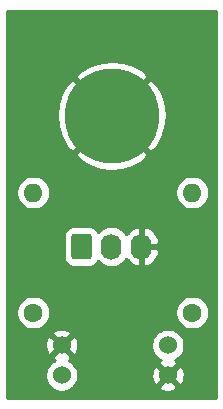
<source format=gbr>
%TF.GenerationSoftware,KiCad,Pcbnew,5.1.9-73d0e3b20d~88~ubuntu18.04.1*%
%TF.CreationDate,2021-03-07T14:56:15+02:00*%
%TF.ProjectId,oskar_optocoupler_carrier_pcb,6f736b61-725f-46f7-9074-6f636f75706c,rev a*%
%TF.SameCoordinates,Original*%
%TF.FileFunction,Copper,L2,Bot*%
%TF.FilePolarity,Positive*%
%FSLAX46Y46*%
G04 Gerber Fmt 4.6, Leading zero omitted, Abs format (unit mm)*
G04 Created by KiCad (PCBNEW 5.1.9-73d0e3b20d~88~ubuntu18.04.1) date 2021-03-07 14:56:15*
%MOMM*%
%LPD*%
G01*
G04 APERTURE LIST*
%TA.AperFunction,ConnectorPad*%
%ADD10C,8.000000*%
%TD*%
%TA.AperFunction,ComponentPad*%
%ADD11C,4.400000*%
%TD*%
%TA.AperFunction,ComponentPad*%
%ADD12C,1.524000*%
%TD*%
%TA.AperFunction,ComponentPad*%
%ADD13O,1.740000X2.190000*%
%TD*%
%TA.AperFunction,ComponentPad*%
%ADD14O,1.600000X1.600000*%
%TD*%
%TA.AperFunction,ComponentPad*%
%ADD15C,1.600000*%
%TD*%
%TA.AperFunction,Conductor*%
%ADD16C,0.254000*%
%TD*%
%TA.AperFunction,Conductor*%
%ADD17C,0.100000*%
%TD*%
G04 APERTURE END LIST*
D10*
%TO.P,J2,1*%
%TO.N,GND*%
X147592000Y-87992000D03*
D11*
X147592000Y-87992000D03*
%TD*%
D12*
%TO.P,U1,4*%
%TO.N,GND*%
X152361000Y-109959000D03*
%TO.P,U1,3*%
%TO.N,/Output*%
X152361000Y-107419000D03*
%TO.P,U1,2*%
%TO.N,GND*%
X143361000Y-107419000D03*
%TO.P,U1,1*%
%TO.N,Net-(R1-Pad1)*%
X143361000Y-109959000D03*
%TD*%
D13*
%TO.P,J1,3*%
%TO.N,GND*%
X150114000Y-99060000D03*
%TO.P,J1,2*%
%TO.N,/Output*%
X147574000Y-99060000D03*
%TO.P,J1,1*%
%TO.N,+5V*%
%TA.AperFunction,ComponentPad*%
G36*
G01*
X144164000Y-99905001D02*
X144164000Y-98214999D01*
G75*
G02*
X144413999Y-97965000I249999J0D01*
G01*
X145654001Y-97965000D01*
G75*
G02*
X145904000Y-98214999I0J-249999D01*
G01*
X145904000Y-99905001D01*
G75*
G02*
X145654001Y-100155000I-249999J0D01*
G01*
X144413999Y-100155000D01*
G75*
G02*
X144164000Y-99905001I0J249999D01*
G01*
G37*
%TD.AperFunction*%
%TD*%
D14*
%TO.P,R2,2*%
%TO.N,+5V*%
X154432000Y-94488000D03*
D15*
%TO.P,R2,1*%
%TO.N,/Output*%
X154432000Y-104648000D03*
%TD*%
D14*
%TO.P,R1,2*%
%TO.N,+5V*%
X140970000Y-94488000D03*
D15*
%TO.P,R1,1*%
%TO.N,Net-(R1-Pad1)*%
X140970000Y-104648000D03*
%TD*%
D16*
%TO.N,GND*%
X156465000Y-111865000D02*
X138719000Y-111865000D01*
X138719000Y-109821408D01*
X141964000Y-109821408D01*
X141964000Y-110096592D01*
X142017686Y-110366490D01*
X142122995Y-110620727D01*
X142275880Y-110849535D01*
X142470465Y-111044120D01*
X142699273Y-111197005D01*
X142953510Y-111302314D01*
X143223408Y-111356000D01*
X143498592Y-111356000D01*
X143768490Y-111302314D01*
X144022727Y-111197005D01*
X144251535Y-111044120D01*
X144371090Y-110924565D01*
X151575040Y-110924565D01*
X151642020Y-111164656D01*
X151891048Y-111281756D01*
X152158135Y-111348023D01*
X152433017Y-111360910D01*
X152705133Y-111319922D01*
X152964023Y-111226636D01*
X153079980Y-111164656D01*
X153146960Y-110924565D01*
X152361000Y-110138605D01*
X151575040Y-110924565D01*
X144371090Y-110924565D01*
X144446120Y-110849535D01*
X144599005Y-110620727D01*
X144704314Y-110366490D01*
X144758000Y-110096592D01*
X144758000Y-110031017D01*
X150959090Y-110031017D01*
X151000078Y-110303133D01*
X151093364Y-110562023D01*
X151155344Y-110677980D01*
X151395435Y-110744960D01*
X152181395Y-109959000D01*
X152540605Y-109959000D01*
X153326565Y-110744960D01*
X153566656Y-110677980D01*
X153683756Y-110428952D01*
X153750023Y-110161865D01*
X153762910Y-109886983D01*
X153721922Y-109614867D01*
X153628636Y-109355977D01*
X153566656Y-109240020D01*
X153326565Y-109173040D01*
X152540605Y-109959000D01*
X152181395Y-109959000D01*
X151395435Y-109173040D01*
X151155344Y-109240020D01*
X151038244Y-109489048D01*
X150971977Y-109756135D01*
X150959090Y-110031017D01*
X144758000Y-110031017D01*
X144758000Y-109821408D01*
X144704314Y-109551510D01*
X144599005Y-109297273D01*
X144446120Y-109068465D01*
X144251535Y-108873880D01*
X144022727Y-108720995D01*
X143951057Y-108691308D01*
X143964023Y-108686636D01*
X144079980Y-108624656D01*
X144146960Y-108384565D01*
X143361000Y-107598605D01*
X142575040Y-108384565D01*
X142642020Y-108624656D01*
X142777760Y-108688485D01*
X142699273Y-108720995D01*
X142470465Y-108873880D01*
X142275880Y-109068465D01*
X142122995Y-109297273D01*
X142017686Y-109551510D01*
X141964000Y-109821408D01*
X138719000Y-109821408D01*
X138719000Y-107491017D01*
X141959090Y-107491017D01*
X142000078Y-107763133D01*
X142093364Y-108022023D01*
X142155344Y-108137980D01*
X142395435Y-108204960D01*
X143181395Y-107419000D01*
X143540605Y-107419000D01*
X144326565Y-108204960D01*
X144566656Y-108137980D01*
X144683756Y-107888952D01*
X144750023Y-107621865D01*
X144762910Y-107346983D01*
X144753033Y-107281408D01*
X150964000Y-107281408D01*
X150964000Y-107556592D01*
X151017686Y-107826490D01*
X151122995Y-108080727D01*
X151275880Y-108309535D01*
X151470465Y-108504120D01*
X151699273Y-108657005D01*
X151770943Y-108686692D01*
X151757977Y-108691364D01*
X151642020Y-108753344D01*
X151575040Y-108993435D01*
X152361000Y-109779395D01*
X153146960Y-108993435D01*
X153079980Y-108753344D01*
X152944240Y-108689515D01*
X153022727Y-108657005D01*
X153251535Y-108504120D01*
X153446120Y-108309535D01*
X153599005Y-108080727D01*
X153704314Y-107826490D01*
X153758000Y-107556592D01*
X153758000Y-107281408D01*
X153704314Y-107011510D01*
X153599005Y-106757273D01*
X153446120Y-106528465D01*
X153251535Y-106333880D01*
X153022727Y-106180995D01*
X152768490Y-106075686D01*
X152498592Y-106022000D01*
X152223408Y-106022000D01*
X151953510Y-106075686D01*
X151699273Y-106180995D01*
X151470465Y-106333880D01*
X151275880Y-106528465D01*
X151122995Y-106757273D01*
X151017686Y-107011510D01*
X150964000Y-107281408D01*
X144753033Y-107281408D01*
X144721922Y-107074867D01*
X144628636Y-106815977D01*
X144566656Y-106700020D01*
X144326565Y-106633040D01*
X143540605Y-107419000D01*
X143181395Y-107419000D01*
X142395435Y-106633040D01*
X142155344Y-106700020D01*
X142038244Y-106949048D01*
X141971977Y-107216135D01*
X141959090Y-107491017D01*
X138719000Y-107491017D01*
X138719000Y-106453435D01*
X142575040Y-106453435D01*
X143361000Y-107239395D01*
X144146960Y-106453435D01*
X144079980Y-106213344D01*
X143830952Y-106096244D01*
X143563865Y-106029977D01*
X143288983Y-106017090D01*
X143016867Y-106058078D01*
X142757977Y-106151364D01*
X142642020Y-106213344D01*
X142575040Y-106453435D01*
X138719000Y-106453435D01*
X138719000Y-104506665D01*
X139535000Y-104506665D01*
X139535000Y-104789335D01*
X139590147Y-105066574D01*
X139698320Y-105327727D01*
X139855363Y-105562759D01*
X140055241Y-105762637D01*
X140290273Y-105919680D01*
X140551426Y-106027853D01*
X140828665Y-106083000D01*
X141111335Y-106083000D01*
X141388574Y-106027853D01*
X141649727Y-105919680D01*
X141884759Y-105762637D01*
X142084637Y-105562759D01*
X142241680Y-105327727D01*
X142349853Y-105066574D01*
X142405000Y-104789335D01*
X142405000Y-104506665D01*
X152997000Y-104506665D01*
X152997000Y-104789335D01*
X153052147Y-105066574D01*
X153160320Y-105327727D01*
X153317363Y-105562759D01*
X153517241Y-105762637D01*
X153752273Y-105919680D01*
X154013426Y-106027853D01*
X154290665Y-106083000D01*
X154573335Y-106083000D01*
X154850574Y-106027853D01*
X155111727Y-105919680D01*
X155346759Y-105762637D01*
X155546637Y-105562759D01*
X155703680Y-105327727D01*
X155811853Y-105066574D01*
X155867000Y-104789335D01*
X155867000Y-104506665D01*
X155811853Y-104229426D01*
X155703680Y-103968273D01*
X155546637Y-103733241D01*
X155346759Y-103533363D01*
X155111727Y-103376320D01*
X154850574Y-103268147D01*
X154573335Y-103213000D01*
X154290665Y-103213000D01*
X154013426Y-103268147D01*
X153752273Y-103376320D01*
X153517241Y-103533363D01*
X153317363Y-103733241D01*
X153160320Y-103968273D01*
X153052147Y-104229426D01*
X152997000Y-104506665D01*
X142405000Y-104506665D01*
X142349853Y-104229426D01*
X142241680Y-103968273D01*
X142084637Y-103733241D01*
X141884759Y-103533363D01*
X141649727Y-103376320D01*
X141388574Y-103268147D01*
X141111335Y-103213000D01*
X140828665Y-103213000D01*
X140551426Y-103268147D01*
X140290273Y-103376320D01*
X140055241Y-103533363D01*
X139855363Y-103733241D01*
X139698320Y-103968273D01*
X139590147Y-104229426D01*
X139535000Y-104506665D01*
X138719000Y-104506665D01*
X138719000Y-98214999D01*
X143525928Y-98214999D01*
X143525928Y-99905001D01*
X143542992Y-100078255D01*
X143593528Y-100244851D01*
X143675595Y-100398387D01*
X143786038Y-100532962D01*
X143920613Y-100643405D01*
X144074149Y-100725472D01*
X144240745Y-100776008D01*
X144413999Y-100793072D01*
X145654001Y-100793072D01*
X145827255Y-100776008D01*
X145993851Y-100725472D01*
X146147387Y-100643405D01*
X146281962Y-100532962D01*
X146392405Y-100398387D01*
X146450934Y-100288886D01*
X146504655Y-100354345D01*
X146733822Y-100542417D01*
X146995276Y-100682166D01*
X147278969Y-100768224D01*
X147574000Y-100797282D01*
X147869032Y-100768224D01*
X148152725Y-100682166D01*
X148414179Y-100542417D01*
X148643345Y-100354345D01*
X148831417Y-100125179D01*
X148846560Y-100096848D01*
X148939292Y-100237433D01*
X149147674Y-100448306D01*
X149393191Y-100614474D01*
X149666409Y-100729551D01*
X149753969Y-100746302D01*
X149987000Y-100625246D01*
X149987000Y-99187000D01*
X150241000Y-99187000D01*
X150241000Y-100625246D01*
X150474031Y-100746302D01*
X150561591Y-100729551D01*
X150834809Y-100614474D01*
X151080326Y-100448306D01*
X151288708Y-100237433D01*
X151451947Y-99989958D01*
X151563769Y-99715392D01*
X151619877Y-99424286D01*
X151464376Y-99187000D01*
X150241000Y-99187000D01*
X149987000Y-99187000D01*
X149967000Y-99187000D01*
X149967000Y-98933000D01*
X149987000Y-98933000D01*
X149987000Y-97494754D01*
X150241000Y-97494754D01*
X150241000Y-98933000D01*
X151464376Y-98933000D01*
X151619877Y-98695714D01*
X151563769Y-98404608D01*
X151451947Y-98130042D01*
X151288708Y-97882567D01*
X151080326Y-97671694D01*
X150834809Y-97505526D01*
X150561591Y-97390449D01*
X150474031Y-97373698D01*
X150241000Y-97494754D01*
X149987000Y-97494754D01*
X149753969Y-97373698D01*
X149666409Y-97390449D01*
X149393191Y-97505526D01*
X149147674Y-97671694D01*
X148939292Y-97882567D01*
X148846560Y-98023152D01*
X148831417Y-97994821D01*
X148643345Y-97765655D01*
X148414178Y-97577583D01*
X148152724Y-97437834D01*
X147869031Y-97351776D01*
X147574000Y-97322718D01*
X147278968Y-97351776D01*
X146995275Y-97437834D01*
X146733821Y-97577583D01*
X146504655Y-97765655D01*
X146450935Y-97831114D01*
X146392405Y-97721613D01*
X146281962Y-97587038D01*
X146147387Y-97476595D01*
X145993851Y-97394528D01*
X145827255Y-97343992D01*
X145654001Y-97326928D01*
X144413999Y-97326928D01*
X144240745Y-97343992D01*
X144074149Y-97394528D01*
X143920613Y-97476595D01*
X143786038Y-97587038D01*
X143675595Y-97721613D01*
X143593528Y-97875149D01*
X143542992Y-98041745D01*
X143525928Y-98214999D01*
X138719000Y-98214999D01*
X138719000Y-94346665D01*
X139535000Y-94346665D01*
X139535000Y-94629335D01*
X139590147Y-94906574D01*
X139698320Y-95167727D01*
X139855363Y-95402759D01*
X140055241Y-95602637D01*
X140290273Y-95759680D01*
X140551426Y-95867853D01*
X140828665Y-95923000D01*
X141111335Y-95923000D01*
X141388574Y-95867853D01*
X141649727Y-95759680D01*
X141884759Y-95602637D01*
X142084637Y-95402759D01*
X142241680Y-95167727D01*
X142349853Y-94906574D01*
X142405000Y-94629335D01*
X142405000Y-94346665D01*
X152997000Y-94346665D01*
X152997000Y-94629335D01*
X153052147Y-94906574D01*
X153160320Y-95167727D01*
X153317363Y-95402759D01*
X153517241Y-95602637D01*
X153752273Y-95759680D01*
X154013426Y-95867853D01*
X154290665Y-95923000D01*
X154573335Y-95923000D01*
X154850574Y-95867853D01*
X155111727Y-95759680D01*
X155346759Y-95602637D01*
X155546637Y-95402759D01*
X155703680Y-95167727D01*
X155811853Y-94906574D01*
X155867000Y-94629335D01*
X155867000Y-94346665D01*
X155811853Y-94069426D01*
X155703680Y-93808273D01*
X155546637Y-93573241D01*
X155346759Y-93373363D01*
X155111727Y-93216320D01*
X154850574Y-93108147D01*
X154573335Y-93053000D01*
X154290665Y-93053000D01*
X154013426Y-93108147D01*
X153752273Y-93216320D01*
X153517241Y-93373363D01*
X153317363Y-93573241D01*
X153160320Y-93808273D01*
X153052147Y-94069426D01*
X152997000Y-94346665D01*
X142405000Y-94346665D01*
X142349853Y-94069426D01*
X142241680Y-93808273D01*
X142084637Y-93573241D01*
X141884759Y-93373363D01*
X141649727Y-93216320D01*
X141388574Y-93108147D01*
X141111335Y-93053000D01*
X140828665Y-93053000D01*
X140551426Y-93108147D01*
X140290273Y-93216320D01*
X140055241Y-93373363D01*
X139855363Y-93573241D01*
X139698320Y-93808273D01*
X139590147Y-94069426D01*
X139535000Y-94346665D01*
X138719000Y-94346665D01*
X138719000Y-91261580D01*
X144502025Y-91261580D01*
X144958197Y-91833185D01*
X145758183Y-92273207D01*
X146628641Y-92548704D01*
X147536121Y-92649091D01*
X148445748Y-92570508D01*
X149322566Y-92315975D01*
X150132879Y-91895275D01*
X150225803Y-91833185D01*
X150681975Y-91261580D01*
X147592000Y-88171605D01*
X144502025Y-91261580D01*
X138719000Y-91261580D01*
X138719000Y-87936121D01*
X142934909Y-87936121D01*
X143013492Y-88845748D01*
X143268025Y-89722566D01*
X143688725Y-90532879D01*
X143750815Y-90625803D01*
X144322420Y-91081975D01*
X147412395Y-87992000D01*
X147771605Y-87992000D01*
X150861580Y-91081975D01*
X151433185Y-90625803D01*
X151873207Y-89825817D01*
X152148704Y-88955359D01*
X152249091Y-88047879D01*
X152170508Y-87138252D01*
X151915975Y-86261434D01*
X151495275Y-85451121D01*
X151433185Y-85358197D01*
X150861580Y-84902025D01*
X147771605Y-87992000D01*
X147412395Y-87992000D01*
X144322420Y-84902025D01*
X143750815Y-85358197D01*
X143310793Y-86158183D01*
X143035296Y-87028641D01*
X142934909Y-87936121D01*
X138719000Y-87936121D01*
X138719000Y-84722420D01*
X144502025Y-84722420D01*
X147592000Y-87812395D01*
X150681975Y-84722420D01*
X150225803Y-84150815D01*
X149425817Y-83710793D01*
X148555359Y-83435296D01*
X147647879Y-83334909D01*
X146738252Y-83413492D01*
X145861434Y-83668025D01*
X145051121Y-84088725D01*
X144958197Y-84150815D01*
X144502025Y-84722420D01*
X138719000Y-84722420D01*
X138719000Y-79119000D01*
X156465000Y-79119000D01*
X156465000Y-111865000D01*
%TA.AperFunction,Conductor*%
D17*
G36*
X156465000Y-111865000D02*
G01*
X138719000Y-111865000D01*
X138719000Y-109821408D01*
X141964000Y-109821408D01*
X141964000Y-110096592D01*
X142017686Y-110366490D01*
X142122995Y-110620727D01*
X142275880Y-110849535D01*
X142470465Y-111044120D01*
X142699273Y-111197005D01*
X142953510Y-111302314D01*
X143223408Y-111356000D01*
X143498592Y-111356000D01*
X143768490Y-111302314D01*
X144022727Y-111197005D01*
X144251535Y-111044120D01*
X144371090Y-110924565D01*
X151575040Y-110924565D01*
X151642020Y-111164656D01*
X151891048Y-111281756D01*
X152158135Y-111348023D01*
X152433017Y-111360910D01*
X152705133Y-111319922D01*
X152964023Y-111226636D01*
X153079980Y-111164656D01*
X153146960Y-110924565D01*
X152361000Y-110138605D01*
X151575040Y-110924565D01*
X144371090Y-110924565D01*
X144446120Y-110849535D01*
X144599005Y-110620727D01*
X144704314Y-110366490D01*
X144758000Y-110096592D01*
X144758000Y-110031017D01*
X150959090Y-110031017D01*
X151000078Y-110303133D01*
X151093364Y-110562023D01*
X151155344Y-110677980D01*
X151395435Y-110744960D01*
X152181395Y-109959000D01*
X152540605Y-109959000D01*
X153326565Y-110744960D01*
X153566656Y-110677980D01*
X153683756Y-110428952D01*
X153750023Y-110161865D01*
X153762910Y-109886983D01*
X153721922Y-109614867D01*
X153628636Y-109355977D01*
X153566656Y-109240020D01*
X153326565Y-109173040D01*
X152540605Y-109959000D01*
X152181395Y-109959000D01*
X151395435Y-109173040D01*
X151155344Y-109240020D01*
X151038244Y-109489048D01*
X150971977Y-109756135D01*
X150959090Y-110031017D01*
X144758000Y-110031017D01*
X144758000Y-109821408D01*
X144704314Y-109551510D01*
X144599005Y-109297273D01*
X144446120Y-109068465D01*
X144251535Y-108873880D01*
X144022727Y-108720995D01*
X143951057Y-108691308D01*
X143964023Y-108686636D01*
X144079980Y-108624656D01*
X144146960Y-108384565D01*
X143361000Y-107598605D01*
X142575040Y-108384565D01*
X142642020Y-108624656D01*
X142777760Y-108688485D01*
X142699273Y-108720995D01*
X142470465Y-108873880D01*
X142275880Y-109068465D01*
X142122995Y-109297273D01*
X142017686Y-109551510D01*
X141964000Y-109821408D01*
X138719000Y-109821408D01*
X138719000Y-107491017D01*
X141959090Y-107491017D01*
X142000078Y-107763133D01*
X142093364Y-108022023D01*
X142155344Y-108137980D01*
X142395435Y-108204960D01*
X143181395Y-107419000D01*
X143540605Y-107419000D01*
X144326565Y-108204960D01*
X144566656Y-108137980D01*
X144683756Y-107888952D01*
X144750023Y-107621865D01*
X144762910Y-107346983D01*
X144753033Y-107281408D01*
X150964000Y-107281408D01*
X150964000Y-107556592D01*
X151017686Y-107826490D01*
X151122995Y-108080727D01*
X151275880Y-108309535D01*
X151470465Y-108504120D01*
X151699273Y-108657005D01*
X151770943Y-108686692D01*
X151757977Y-108691364D01*
X151642020Y-108753344D01*
X151575040Y-108993435D01*
X152361000Y-109779395D01*
X153146960Y-108993435D01*
X153079980Y-108753344D01*
X152944240Y-108689515D01*
X153022727Y-108657005D01*
X153251535Y-108504120D01*
X153446120Y-108309535D01*
X153599005Y-108080727D01*
X153704314Y-107826490D01*
X153758000Y-107556592D01*
X153758000Y-107281408D01*
X153704314Y-107011510D01*
X153599005Y-106757273D01*
X153446120Y-106528465D01*
X153251535Y-106333880D01*
X153022727Y-106180995D01*
X152768490Y-106075686D01*
X152498592Y-106022000D01*
X152223408Y-106022000D01*
X151953510Y-106075686D01*
X151699273Y-106180995D01*
X151470465Y-106333880D01*
X151275880Y-106528465D01*
X151122995Y-106757273D01*
X151017686Y-107011510D01*
X150964000Y-107281408D01*
X144753033Y-107281408D01*
X144721922Y-107074867D01*
X144628636Y-106815977D01*
X144566656Y-106700020D01*
X144326565Y-106633040D01*
X143540605Y-107419000D01*
X143181395Y-107419000D01*
X142395435Y-106633040D01*
X142155344Y-106700020D01*
X142038244Y-106949048D01*
X141971977Y-107216135D01*
X141959090Y-107491017D01*
X138719000Y-107491017D01*
X138719000Y-106453435D01*
X142575040Y-106453435D01*
X143361000Y-107239395D01*
X144146960Y-106453435D01*
X144079980Y-106213344D01*
X143830952Y-106096244D01*
X143563865Y-106029977D01*
X143288983Y-106017090D01*
X143016867Y-106058078D01*
X142757977Y-106151364D01*
X142642020Y-106213344D01*
X142575040Y-106453435D01*
X138719000Y-106453435D01*
X138719000Y-104506665D01*
X139535000Y-104506665D01*
X139535000Y-104789335D01*
X139590147Y-105066574D01*
X139698320Y-105327727D01*
X139855363Y-105562759D01*
X140055241Y-105762637D01*
X140290273Y-105919680D01*
X140551426Y-106027853D01*
X140828665Y-106083000D01*
X141111335Y-106083000D01*
X141388574Y-106027853D01*
X141649727Y-105919680D01*
X141884759Y-105762637D01*
X142084637Y-105562759D01*
X142241680Y-105327727D01*
X142349853Y-105066574D01*
X142405000Y-104789335D01*
X142405000Y-104506665D01*
X152997000Y-104506665D01*
X152997000Y-104789335D01*
X153052147Y-105066574D01*
X153160320Y-105327727D01*
X153317363Y-105562759D01*
X153517241Y-105762637D01*
X153752273Y-105919680D01*
X154013426Y-106027853D01*
X154290665Y-106083000D01*
X154573335Y-106083000D01*
X154850574Y-106027853D01*
X155111727Y-105919680D01*
X155346759Y-105762637D01*
X155546637Y-105562759D01*
X155703680Y-105327727D01*
X155811853Y-105066574D01*
X155867000Y-104789335D01*
X155867000Y-104506665D01*
X155811853Y-104229426D01*
X155703680Y-103968273D01*
X155546637Y-103733241D01*
X155346759Y-103533363D01*
X155111727Y-103376320D01*
X154850574Y-103268147D01*
X154573335Y-103213000D01*
X154290665Y-103213000D01*
X154013426Y-103268147D01*
X153752273Y-103376320D01*
X153517241Y-103533363D01*
X153317363Y-103733241D01*
X153160320Y-103968273D01*
X153052147Y-104229426D01*
X152997000Y-104506665D01*
X142405000Y-104506665D01*
X142349853Y-104229426D01*
X142241680Y-103968273D01*
X142084637Y-103733241D01*
X141884759Y-103533363D01*
X141649727Y-103376320D01*
X141388574Y-103268147D01*
X141111335Y-103213000D01*
X140828665Y-103213000D01*
X140551426Y-103268147D01*
X140290273Y-103376320D01*
X140055241Y-103533363D01*
X139855363Y-103733241D01*
X139698320Y-103968273D01*
X139590147Y-104229426D01*
X139535000Y-104506665D01*
X138719000Y-104506665D01*
X138719000Y-98214999D01*
X143525928Y-98214999D01*
X143525928Y-99905001D01*
X143542992Y-100078255D01*
X143593528Y-100244851D01*
X143675595Y-100398387D01*
X143786038Y-100532962D01*
X143920613Y-100643405D01*
X144074149Y-100725472D01*
X144240745Y-100776008D01*
X144413999Y-100793072D01*
X145654001Y-100793072D01*
X145827255Y-100776008D01*
X145993851Y-100725472D01*
X146147387Y-100643405D01*
X146281962Y-100532962D01*
X146392405Y-100398387D01*
X146450934Y-100288886D01*
X146504655Y-100354345D01*
X146733822Y-100542417D01*
X146995276Y-100682166D01*
X147278969Y-100768224D01*
X147574000Y-100797282D01*
X147869032Y-100768224D01*
X148152725Y-100682166D01*
X148414179Y-100542417D01*
X148643345Y-100354345D01*
X148831417Y-100125179D01*
X148846560Y-100096848D01*
X148939292Y-100237433D01*
X149147674Y-100448306D01*
X149393191Y-100614474D01*
X149666409Y-100729551D01*
X149753969Y-100746302D01*
X149987000Y-100625246D01*
X149987000Y-99187000D01*
X150241000Y-99187000D01*
X150241000Y-100625246D01*
X150474031Y-100746302D01*
X150561591Y-100729551D01*
X150834809Y-100614474D01*
X151080326Y-100448306D01*
X151288708Y-100237433D01*
X151451947Y-99989958D01*
X151563769Y-99715392D01*
X151619877Y-99424286D01*
X151464376Y-99187000D01*
X150241000Y-99187000D01*
X149987000Y-99187000D01*
X149967000Y-99187000D01*
X149967000Y-98933000D01*
X149987000Y-98933000D01*
X149987000Y-97494754D01*
X150241000Y-97494754D01*
X150241000Y-98933000D01*
X151464376Y-98933000D01*
X151619877Y-98695714D01*
X151563769Y-98404608D01*
X151451947Y-98130042D01*
X151288708Y-97882567D01*
X151080326Y-97671694D01*
X150834809Y-97505526D01*
X150561591Y-97390449D01*
X150474031Y-97373698D01*
X150241000Y-97494754D01*
X149987000Y-97494754D01*
X149753969Y-97373698D01*
X149666409Y-97390449D01*
X149393191Y-97505526D01*
X149147674Y-97671694D01*
X148939292Y-97882567D01*
X148846560Y-98023152D01*
X148831417Y-97994821D01*
X148643345Y-97765655D01*
X148414178Y-97577583D01*
X148152724Y-97437834D01*
X147869031Y-97351776D01*
X147574000Y-97322718D01*
X147278968Y-97351776D01*
X146995275Y-97437834D01*
X146733821Y-97577583D01*
X146504655Y-97765655D01*
X146450935Y-97831114D01*
X146392405Y-97721613D01*
X146281962Y-97587038D01*
X146147387Y-97476595D01*
X145993851Y-97394528D01*
X145827255Y-97343992D01*
X145654001Y-97326928D01*
X144413999Y-97326928D01*
X144240745Y-97343992D01*
X144074149Y-97394528D01*
X143920613Y-97476595D01*
X143786038Y-97587038D01*
X143675595Y-97721613D01*
X143593528Y-97875149D01*
X143542992Y-98041745D01*
X143525928Y-98214999D01*
X138719000Y-98214999D01*
X138719000Y-94346665D01*
X139535000Y-94346665D01*
X139535000Y-94629335D01*
X139590147Y-94906574D01*
X139698320Y-95167727D01*
X139855363Y-95402759D01*
X140055241Y-95602637D01*
X140290273Y-95759680D01*
X140551426Y-95867853D01*
X140828665Y-95923000D01*
X141111335Y-95923000D01*
X141388574Y-95867853D01*
X141649727Y-95759680D01*
X141884759Y-95602637D01*
X142084637Y-95402759D01*
X142241680Y-95167727D01*
X142349853Y-94906574D01*
X142405000Y-94629335D01*
X142405000Y-94346665D01*
X152997000Y-94346665D01*
X152997000Y-94629335D01*
X153052147Y-94906574D01*
X153160320Y-95167727D01*
X153317363Y-95402759D01*
X153517241Y-95602637D01*
X153752273Y-95759680D01*
X154013426Y-95867853D01*
X154290665Y-95923000D01*
X154573335Y-95923000D01*
X154850574Y-95867853D01*
X155111727Y-95759680D01*
X155346759Y-95602637D01*
X155546637Y-95402759D01*
X155703680Y-95167727D01*
X155811853Y-94906574D01*
X155867000Y-94629335D01*
X155867000Y-94346665D01*
X155811853Y-94069426D01*
X155703680Y-93808273D01*
X155546637Y-93573241D01*
X155346759Y-93373363D01*
X155111727Y-93216320D01*
X154850574Y-93108147D01*
X154573335Y-93053000D01*
X154290665Y-93053000D01*
X154013426Y-93108147D01*
X153752273Y-93216320D01*
X153517241Y-93373363D01*
X153317363Y-93573241D01*
X153160320Y-93808273D01*
X153052147Y-94069426D01*
X152997000Y-94346665D01*
X142405000Y-94346665D01*
X142349853Y-94069426D01*
X142241680Y-93808273D01*
X142084637Y-93573241D01*
X141884759Y-93373363D01*
X141649727Y-93216320D01*
X141388574Y-93108147D01*
X141111335Y-93053000D01*
X140828665Y-93053000D01*
X140551426Y-93108147D01*
X140290273Y-93216320D01*
X140055241Y-93373363D01*
X139855363Y-93573241D01*
X139698320Y-93808273D01*
X139590147Y-94069426D01*
X139535000Y-94346665D01*
X138719000Y-94346665D01*
X138719000Y-91261580D01*
X144502025Y-91261580D01*
X144958197Y-91833185D01*
X145758183Y-92273207D01*
X146628641Y-92548704D01*
X147536121Y-92649091D01*
X148445748Y-92570508D01*
X149322566Y-92315975D01*
X150132879Y-91895275D01*
X150225803Y-91833185D01*
X150681975Y-91261580D01*
X147592000Y-88171605D01*
X144502025Y-91261580D01*
X138719000Y-91261580D01*
X138719000Y-87936121D01*
X142934909Y-87936121D01*
X143013492Y-88845748D01*
X143268025Y-89722566D01*
X143688725Y-90532879D01*
X143750815Y-90625803D01*
X144322420Y-91081975D01*
X147412395Y-87992000D01*
X147771605Y-87992000D01*
X150861580Y-91081975D01*
X151433185Y-90625803D01*
X151873207Y-89825817D01*
X152148704Y-88955359D01*
X152249091Y-88047879D01*
X152170508Y-87138252D01*
X151915975Y-86261434D01*
X151495275Y-85451121D01*
X151433185Y-85358197D01*
X150861580Y-84902025D01*
X147771605Y-87992000D01*
X147412395Y-87992000D01*
X144322420Y-84902025D01*
X143750815Y-85358197D01*
X143310793Y-86158183D01*
X143035296Y-87028641D01*
X142934909Y-87936121D01*
X138719000Y-87936121D01*
X138719000Y-84722420D01*
X144502025Y-84722420D01*
X147592000Y-87812395D01*
X150681975Y-84722420D01*
X150225803Y-84150815D01*
X149425817Y-83710793D01*
X148555359Y-83435296D01*
X147647879Y-83334909D01*
X146738252Y-83413492D01*
X145861434Y-83668025D01*
X145051121Y-84088725D01*
X144958197Y-84150815D01*
X144502025Y-84722420D01*
X138719000Y-84722420D01*
X138719000Y-79119000D01*
X156465000Y-79119000D01*
X156465000Y-111865000D01*
G37*
%TD.AperFunction*%
%TD*%
M02*

</source>
